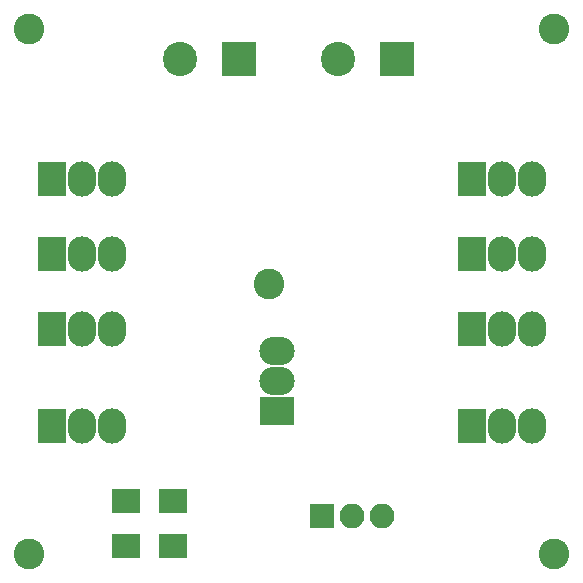
<source format=gbr>
G04 #@! TF.FileFunction,Soldermask,Top*
%FSLAX46Y46*%
G04 Gerber Fmt 4.6, Leading zero omitted, Abs format (unit mm)*
G04 Created by KiCad (PCBNEW 4.0.7) date Saturday, June 09, 2018 'PMt' 12:28:08 PM*
%MOMM*%
%LPD*%
G01*
G04 APERTURE LIST*
%ADD10C,0.100000*%
%ADD11C,2.600000*%
%ADD12R,2.400000X2.100000*%
%ADD13R,2.400000X3.000000*%
%ADD14O,2.400000X3.000000*%
%ADD15R,2.100000X2.100000*%
%ADD16O,2.100000X2.100000*%
%ADD17R,3.000000X2.400000*%
%ADD18O,3.000000X2.400000*%
%ADD19R,2.900000X2.900000*%
%ADD20C,2.900000*%
G04 APERTURE END LIST*
D10*
D11*
X132080000Y-83820000D03*
D12*
X123920000Y-106045000D03*
X119920000Y-106045000D03*
D13*
X113665000Y-81280000D03*
D14*
X116205000Y-81280000D03*
X118745000Y-81280000D03*
D15*
X136525000Y-103505000D03*
D16*
X139065000Y-103505000D03*
X141605000Y-103505000D03*
D13*
X113665000Y-74930000D03*
D14*
X116205000Y-74930000D03*
X118745000Y-74930000D03*
D13*
X113665000Y-87630000D03*
D14*
X116205000Y-87630000D03*
X118745000Y-87630000D03*
D13*
X113665000Y-95885000D03*
D14*
X116205000Y-95885000D03*
X118745000Y-95885000D03*
D12*
X123920000Y-102235000D03*
X119920000Y-102235000D03*
D13*
X149225000Y-87630000D03*
D14*
X151765000Y-87630000D03*
X154305000Y-87630000D03*
D13*
X149225000Y-95885000D03*
D14*
X151765000Y-95885000D03*
X154305000Y-95885000D03*
D13*
X149225000Y-81280000D03*
D14*
X151765000Y-81280000D03*
X154305000Y-81280000D03*
D13*
X149225000Y-74930000D03*
D14*
X151765000Y-74930000D03*
X154305000Y-74930000D03*
D11*
X156210000Y-62230000D03*
X111760000Y-62230000D03*
X111760000Y-106680000D03*
X156210000Y-106680000D03*
D17*
X132715000Y-94615000D03*
D18*
X132715000Y-92075000D03*
X132715000Y-89535000D03*
D19*
X129540000Y-64770000D03*
D20*
X124540000Y-64770000D03*
D19*
X142875000Y-64770000D03*
D20*
X137875000Y-64770000D03*
M02*

</source>
